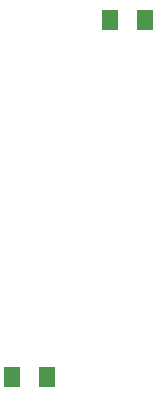
<source format=gbr>
%TF.GenerationSoftware,KiCad,Pcbnew,7.0.1*%
%TF.CreationDate,2023-08-13T16:19:12-06:00*%
%TF.ProjectId,USB_curve_tracer,5553425f-6375-4727-9665-5f7472616365,2*%
%TF.SameCoordinates,Original*%
%TF.FileFunction,Paste,Top*%
%TF.FilePolarity,Positive*%
%FSLAX46Y46*%
G04 Gerber Fmt 4.6, Leading zero omitted, Abs format (unit mm)*
G04 Created by KiCad (PCBNEW 7.0.1) date 2023-08-13 16:19:12*
%MOMM*%
%LPD*%
G01*
G04 APERTURE LIST*
G04 Aperture macros list*
%AMRoundRect*
0 Rectangle with rounded corners*
0 $1 Rounding radius*
0 $2 $3 $4 $5 $6 $7 $8 $9 X,Y pos of 4 corners*
0 Add a 4 corners polygon primitive as box body*
4,1,4,$2,$3,$4,$5,$6,$7,$8,$9,$2,$3,0*
0 Add four circle primitives for the rounded corners*
1,1,$1+$1,$2,$3*
1,1,$1+$1,$4,$5*
1,1,$1+$1,$6,$7*
1,1,$1+$1,$8,$9*
0 Add four rect primitives between the rounded corners*
20,1,$1+$1,$2,$3,$4,$5,0*
20,1,$1+$1,$4,$5,$6,$7,0*
20,1,$1+$1,$6,$7,$8,$9,0*
20,1,$1+$1,$8,$9,$2,$3,0*%
G04 Aperture macros list end*
%ADD10RoundRect,0.250001X-0.462499X-0.624999X0.462499X-0.624999X0.462499X0.624999X-0.462499X0.624999X0*%
G04 APERTURE END LIST*
D10*
%TO.C,F1*%
X96412500Y-114800000D03*
X99387500Y-114800000D03*
%TD*%
%TO.C,F2*%
X104709556Y-84552944D03*
X107684556Y-84552944D03*
%TD*%
M02*

</source>
